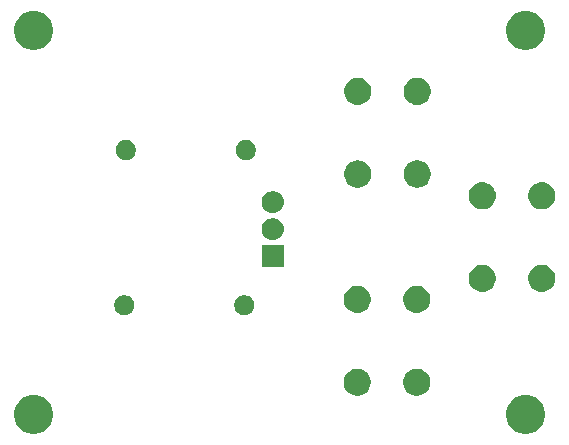
<source format=gbr>
G04 #@! TF.GenerationSoftware,KiCad,Pcbnew,(5.1.5)-3*
G04 #@! TF.CreationDate,2020-04-11T23:13:17-04:00*
G04 #@! TF.ProjectId,BurnWire_Circuit,4275726e-5769-4726-955f-436972637569,rev?*
G04 #@! TF.SameCoordinates,Original*
G04 #@! TF.FileFunction,Soldermask,Top*
G04 #@! TF.FilePolarity,Negative*
%FSLAX46Y46*%
G04 Gerber Fmt 4.6, Leading zero omitted, Abs format (unit mm)*
G04 Created by KiCad (PCBNEW (5.1.5)-3) date 2020-04-11 23:13:17*
%MOMM*%
%LPD*%
G04 APERTURE LIST*
%ADD10C,0.100000*%
G04 APERTURE END LIST*
D10*
G36*
X214190318Y-90836768D02*
G01*
X214349579Y-90868447D01*
X214650042Y-90992903D01*
X214920451Y-91173585D01*
X215150415Y-91403549D01*
X215331097Y-91673958D01*
X215455553Y-91974421D01*
X215519000Y-92293391D01*
X215519000Y-92618609D01*
X215455553Y-92937579D01*
X215331097Y-93238042D01*
X215150415Y-93508451D01*
X214920451Y-93738415D01*
X214650042Y-93919097D01*
X214349579Y-94043553D01*
X214243256Y-94064702D01*
X214030611Y-94107000D01*
X213705389Y-94107000D01*
X213492744Y-94064702D01*
X213386421Y-94043553D01*
X213085958Y-93919097D01*
X212815549Y-93738415D01*
X212585585Y-93508451D01*
X212404903Y-93238042D01*
X212280447Y-92937579D01*
X212217000Y-92618609D01*
X212217000Y-92293391D01*
X212280447Y-91974421D01*
X212404903Y-91673958D01*
X212585585Y-91403549D01*
X212815549Y-91173585D01*
X213085958Y-90992903D01*
X213386421Y-90868447D01*
X213545682Y-90836768D01*
X213705389Y-90805000D01*
X214030611Y-90805000D01*
X214190318Y-90836768D01*
G37*
G36*
X172534318Y-90836768D02*
G01*
X172693579Y-90868447D01*
X172994042Y-90992903D01*
X173264451Y-91173585D01*
X173494415Y-91403549D01*
X173675097Y-91673958D01*
X173799553Y-91974421D01*
X173863000Y-92293391D01*
X173863000Y-92618609D01*
X173799553Y-92937579D01*
X173675097Y-93238042D01*
X173494415Y-93508451D01*
X173264451Y-93738415D01*
X172994042Y-93919097D01*
X172693579Y-94043553D01*
X172587256Y-94064702D01*
X172374611Y-94107000D01*
X172049389Y-94107000D01*
X171836744Y-94064702D01*
X171730421Y-94043553D01*
X171429958Y-93919097D01*
X171159549Y-93738415D01*
X170929585Y-93508451D01*
X170748903Y-93238042D01*
X170624447Y-92937579D01*
X170561000Y-92618609D01*
X170561000Y-92293391D01*
X170624447Y-91974421D01*
X170748903Y-91673958D01*
X170929585Y-91403549D01*
X171159549Y-91173585D01*
X171429958Y-90992903D01*
X171730421Y-90868447D01*
X171889682Y-90836768D01*
X172049389Y-90805000D01*
X172374611Y-90805000D01*
X172534318Y-90836768D01*
G37*
G36*
X204863749Y-88601116D02*
G01*
X204974934Y-88623232D01*
X205184403Y-88709997D01*
X205372920Y-88835960D01*
X205533240Y-88996280D01*
X205659203Y-89184797D01*
X205745968Y-89394266D01*
X205790200Y-89616636D01*
X205790200Y-89843364D01*
X205745968Y-90065734D01*
X205659203Y-90275203D01*
X205533240Y-90463720D01*
X205372920Y-90624040D01*
X205184403Y-90750003D01*
X204974934Y-90836768D01*
X204863749Y-90858884D01*
X204752565Y-90881000D01*
X204525835Y-90881000D01*
X204414651Y-90858884D01*
X204303466Y-90836768D01*
X204093997Y-90750003D01*
X203905480Y-90624040D01*
X203745160Y-90463720D01*
X203619197Y-90275203D01*
X203532432Y-90065734D01*
X203488200Y-89843364D01*
X203488200Y-89616636D01*
X203532432Y-89394266D01*
X203619197Y-89184797D01*
X203745160Y-88996280D01*
X203905480Y-88835960D01*
X204093997Y-88709997D01*
X204303466Y-88623232D01*
X204414651Y-88601116D01*
X204525835Y-88579000D01*
X204752565Y-88579000D01*
X204863749Y-88601116D01*
G37*
G36*
X199834549Y-88601116D02*
G01*
X199945734Y-88623232D01*
X200155203Y-88709997D01*
X200343720Y-88835960D01*
X200504040Y-88996280D01*
X200630003Y-89184797D01*
X200716768Y-89394266D01*
X200761000Y-89616636D01*
X200761000Y-89843364D01*
X200716768Y-90065734D01*
X200630003Y-90275203D01*
X200504040Y-90463720D01*
X200343720Y-90624040D01*
X200155203Y-90750003D01*
X199945734Y-90836768D01*
X199834549Y-90858884D01*
X199723365Y-90881000D01*
X199496635Y-90881000D01*
X199385451Y-90858884D01*
X199274266Y-90836768D01*
X199064797Y-90750003D01*
X198876280Y-90624040D01*
X198715960Y-90463720D01*
X198589997Y-90275203D01*
X198503232Y-90065734D01*
X198459000Y-89843364D01*
X198459000Y-89616636D01*
X198503232Y-89394266D01*
X198589997Y-89184797D01*
X198715960Y-88996280D01*
X198876280Y-88835960D01*
X199064797Y-88709997D01*
X199274266Y-88623232D01*
X199385451Y-88601116D01*
X199496635Y-88579000D01*
X199723365Y-88579000D01*
X199834549Y-88601116D01*
G37*
G36*
X180143728Y-82404803D02*
G01*
X180298600Y-82468953D01*
X180437981Y-82562085D01*
X180556515Y-82680619D01*
X180649647Y-82820000D01*
X180713797Y-82974872D01*
X180746500Y-83139284D01*
X180746500Y-83306916D01*
X180713797Y-83471328D01*
X180649647Y-83626200D01*
X180556515Y-83765581D01*
X180437981Y-83884115D01*
X180298600Y-83977247D01*
X180143728Y-84041397D01*
X179979316Y-84074100D01*
X179811684Y-84074100D01*
X179647272Y-84041397D01*
X179492400Y-83977247D01*
X179353019Y-83884115D01*
X179234485Y-83765581D01*
X179141353Y-83626200D01*
X179077203Y-83471328D01*
X179044500Y-83306916D01*
X179044500Y-83139284D01*
X179077203Y-82974872D01*
X179141353Y-82820000D01*
X179234485Y-82680619D01*
X179353019Y-82562085D01*
X179492400Y-82468953D01*
X179647272Y-82404803D01*
X179811684Y-82372100D01*
X179979316Y-82372100D01*
X180143728Y-82404803D01*
G37*
G36*
X190303728Y-82404803D02*
G01*
X190458600Y-82468953D01*
X190597981Y-82562085D01*
X190716515Y-82680619D01*
X190809647Y-82820000D01*
X190873797Y-82974872D01*
X190906500Y-83139284D01*
X190906500Y-83306916D01*
X190873797Y-83471328D01*
X190809647Y-83626200D01*
X190716515Y-83765581D01*
X190597981Y-83884115D01*
X190458600Y-83977247D01*
X190303728Y-84041397D01*
X190139316Y-84074100D01*
X189971684Y-84074100D01*
X189807272Y-84041397D01*
X189652400Y-83977247D01*
X189513019Y-83884115D01*
X189394485Y-83765581D01*
X189301353Y-83626200D01*
X189237203Y-83471328D01*
X189204500Y-83306916D01*
X189204500Y-83139284D01*
X189237203Y-82974872D01*
X189301353Y-82820000D01*
X189394485Y-82680619D01*
X189513019Y-82562085D01*
X189652400Y-82468953D01*
X189807272Y-82404803D01*
X189971684Y-82372100D01*
X190139316Y-82372100D01*
X190303728Y-82404803D01*
G37*
G36*
X199834549Y-81590716D02*
G01*
X199945734Y-81612832D01*
X200155203Y-81699597D01*
X200343720Y-81825560D01*
X200504040Y-81985880D01*
X200630003Y-82174397D01*
X200716768Y-82383866D01*
X200761000Y-82606236D01*
X200761000Y-82832964D01*
X200716768Y-83055334D01*
X200630003Y-83264803D01*
X200504040Y-83453320D01*
X200343720Y-83613640D01*
X200155203Y-83739603D01*
X199945734Y-83826368D01*
X199834549Y-83848484D01*
X199723365Y-83870600D01*
X199496635Y-83870600D01*
X199385451Y-83848484D01*
X199274266Y-83826368D01*
X199064797Y-83739603D01*
X198876280Y-83613640D01*
X198715960Y-83453320D01*
X198589997Y-83264803D01*
X198503232Y-83055334D01*
X198459000Y-82832964D01*
X198459000Y-82606236D01*
X198503232Y-82383866D01*
X198589997Y-82174397D01*
X198715960Y-81985880D01*
X198876280Y-81825560D01*
X199064797Y-81699597D01*
X199274266Y-81612832D01*
X199385451Y-81590716D01*
X199496635Y-81568600D01*
X199723365Y-81568600D01*
X199834549Y-81590716D01*
G37*
G36*
X204863749Y-81590716D02*
G01*
X204974934Y-81612832D01*
X205184403Y-81699597D01*
X205372920Y-81825560D01*
X205533240Y-81985880D01*
X205659203Y-82174397D01*
X205745968Y-82383866D01*
X205790200Y-82606236D01*
X205790200Y-82832964D01*
X205745968Y-83055334D01*
X205659203Y-83264803D01*
X205533240Y-83453320D01*
X205372920Y-83613640D01*
X205184403Y-83739603D01*
X204974934Y-83826368D01*
X204863749Y-83848484D01*
X204752565Y-83870600D01*
X204525835Y-83870600D01*
X204414651Y-83848484D01*
X204303466Y-83826368D01*
X204093997Y-83739603D01*
X203905480Y-83613640D01*
X203745160Y-83453320D01*
X203619197Y-83264803D01*
X203532432Y-83055334D01*
X203488200Y-82832964D01*
X203488200Y-82606236D01*
X203532432Y-82383866D01*
X203619197Y-82174397D01*
X203745160Y-81985880D01*
X203905480Y-81825560D01*
X204093997Y-81699597D01*
X204303466Y-81612832D01*
X204414651Y-81590716D01*
X204525835Y-81568600D01*
X204752565Y-81568600D01*
X204863749Y-81590716D01*
G37*
G36*
X210424549Y-79821116D02*
G01*
X210535734Y-79843232D01*
X210745203Y-79929997D01*
X210933720Y-80055960D01*
X211094040Y-80216280D01*
X211220003Y-80404797D01*
X211306768Y-80614266D01*
X211351000Y-80836636D01*
X211351000Y-81063364D01*
X211306768Y-81285734D01*
X211220003Y-81495203D01*
X211094040Y-81683720D01*
X210933720Y-81844040D01*
X210745203Y-81970003D01*
X210535734Y-82056768D01*
X210424549Y-82078884D01*
X210313365Y-82101000D01*
X210086635Y-82101000D01*
X209975451Y-82078884D01*
X209864266Y-82056768D01*
X209654797Y-81970003D01*
X209466280Y-81844040D01*
X209305960Y-81683720D01*
X209179997Y-81495203D01*
X209093232Y-81285734D01*
X209049000Y-81063364D01*
X209049000Y-80836636D01*
X209093232Y-80614266D01*
X209179997Y-80404797D01*
X209305960Y-80216280D01*
X209466280Y-80055960D01*
X209654797Y-79929997D01*
X209864266Y-79843232D01*
X209975451Y-79821116D01*
X210086635Y-79799000D01*
X210313365Y-79799000D01*
X210424549Y-79821116D01*
G37*
G36*
X215453749Y-79821116D02*
G01*
X215564934Y-79843232D01*
X215774403Y-79929997D01*
X215962920Y-80055960D01*
X216123240Y-80216280D01*
X216249203Y-80404797D01*
X216335968Y-80614266D01*
X216380200Y-80836636D01*
X216380200Y-81063364D01*
X216335968Y-81285734D01*
X216249203Y-81495203D01*
X216123240Y-81683720D01*
X215962920Y-81844040D01*
X215774403Y-81970003D01*
X215564934Y-82056768D01*
X215453749Y-82078884D01*
X215342565Y-82101000D01*
X215115835Y-82101000D01*
X215004651Y-82078884D01*
X214893466Y-82056768D01*
X214683997Y-81970003D01*
X214495480Y-81844040D01*
X214335160Y-81683720D01*
X214209197Y-81495203D01*
X214122432Y-81285734D01*
X214078200Y-81063364D01*
X214078200Y-80836636D01*
X214122432Y-80614266D01*
X214209197Y-80404797D01*
X214335160Y-80216280D01*
X214495480Y-80055960D01*
X214683997Y-79929997D01*
X214893466Y-79843232D01*
X215004651Y-79821116D01*
X215115835Y-79799000D01*
X215342565Y-79799000D01*
X215453749Y-79821116D01*
G37*
G36*
X193411000Y-79979750D02*
G01*
X191509000Y-79979750D01*
X191509000Y-78160250D01*
X193411000Y-78160250D01*
X193411000Y-79979750D01*
G37*
G36*
X192612763Y-75876832D02*
G01*
X192679592Y-75883414D01*
X192806459Y-75921899D01*
X192851084Y-75935436D01*
X193009121Y-76019908D01*
X193147652Y-76133598D01*
X193261342Y-76272129D01*
X193345814Y-76430166D01*
X193345815Y-76430170D01*
X193397836Y-76601658D01*
X193415401Y-76780000D01*
X193397836Y-76958342D01*
X193359351Y-77085209D01*
X193345814Y-77129834D01*
X193261342Y-77287871D01*
X193147652Y-77426402D01*
X193009121Y-77540092D01*
X192851084Y-77624564D01*
X192806459Y-77638101D01*
X192679592Y-77676586D01*
X192612763Y-77683168D01*
X192545936Y-77689750D01*
X192374064Y-77689750D01*
X192307237Y-77683168D01*
X192240408Y-77676586D01*
X192113541Y-77638101D01*
X192068916Y-77624564D01*
X191910879Y-77540092D01*
X191772348Y-77426402D01*
X191658658Y-77287871D01*
X191574186Y-77129834D01*
X191560649Y-77085209D01*
X191522164Y-76958342D01*
X191504599Y-76780000D01*
X191522164Y-76601658D01*
X191574185Y-76430170D01*
X191574186Y-76430166D01*
X191658658Y-76272129D01*
X191772348Y-76133598D01*
X191910879Y-76019908D01*
X192068916Y-75935436D01*
X192113541Y-75921899D01*
X192240408Y-75883414D01*
X192307237Y-75876832D01*
X192374064Y-75870250D01*
X192545936Y-75870250D01*
X192612763Y-75876832D01*
G37*
G36*
X192612763Y-73586832D02*
G01*
X192679592Y-73593414D01*
X192806459Y-73631899D01*
X192851084Y-73645436D01*
X193009121Y-73729908D01*
X193147652Y-73843598D01*
X193261342Y-73982129D01*
X193345814Y-74140166D01*
X193345815Y-74140170D01*
X193397836Y-74311658D01*
X193415401Y-74490000D01*
X193397836Y-74668342D01*
X193359351Y-74795209D01*
X193345814Y-74839834D01*
X193261342Y-74997871D01*
X193261340Y-74997874D01*
X193261339Y-74997875D01*
X193185241Y-75090600D01*
X193147652Y-75136402D01*
X193009121Y-75250092D01*
X192851084Y-75334564D01*
X192806459Y-75348101D01*
X192679592Y-75386586D01*
X192612763Y-75393168D01*
X192545936Y-75399750D01*
X192374064Y-75399750D01*
X192307237Y-75393168D01*
X192240408Y-75386586D01*
X192113541Y-75348101D01*
X192068916Y-75334564D01*
X191910879Y-75250092D01*
X191772348Y-75136402D01*
X191734759Y-75090600D01*
X191658661Y-74997875D01*
X191658660Y-74997874D01*
X191658658Y-74997871D01*
X191574186Y-74839834D01*
X191560649Y-74795209D01*
X191522164Y-74668342D01*
X191504599Y-74490000D01*
X191522164Y-74311658D01*
X191574185Y-74140170D01*
X191574186Y-74140166D01*
X191658658Y-73982129D01*
X191772348Y-73843598D01*
X191910879Y-73729908D01*
X192068916Y-73645436D01*
X192113541Y-73631899D01*
X192240408Y-73593414D01*
X192307237Y-73586832D01*
X192374064Y-73580250D01*
X192545936Y-73580250D01*
X192612763Y-73586832D01*
G37*
G36*
X215453749Y-72810716D02*
G01*
X215564934Y-72832832D01*
X215774403Y-72919597D01*
X215962920Y-73045560D01*
X216123240Y-73205880D01*
X216249203Y-73394397D01*
X216335968Y-73603866D01*
X216344237Y-73645436D01*
X216380200Y-73826235D01*
X216380200Y-74052965D01*
X216362854Y-74140170D01*
X216335968Y-74275334D01*
X216249203Y-74484803D01*
X216123240Y-74673320D01*
X215962920Y-74833640D01*
X215774403Y-74959603D01*
X215564934Y-75046368D01*
X215453749Y-75068484D01*
X215342565Y-75090600D01*
X215115835Y-75090600D01*
X215004651Y-75068484D01*
X214893466Y-75046368D01*
X214683997Y-74959603D01*
X214495480Y-74833640D01*
X214335160Y-74673320D01*
X214209197Y-74484803D01*
X214122432Y-74275334D01*
X214095546Y-74140170D01*
X214078200Y-74052965D01*
X214078200Y-73826235D01*
X214114163Y-73645436D01*
X214122432Y-73603866D01*
X214209197Y-73394397D01*
X214335160Y-73205880D01*
X214495480Y-73045560D01*
X214683997Y-72919597D01*
X214893466Y-72832832D01*
X215004651Y-72810716D01*
X215115835Y-72788600D01*
X215342565Y-72788600D01*
X215453749Y-72810716D01*
G37*
G36*
X210424549Y-72810716D02*
G01*
X210535734Y-72832832D01*
X210745203Y-72919597D01*
X210933720Y-73045560D01*
X211094040Y-73205880D01*
X211220003Y-73394397D01*
X211306768Y-73603866D01*
X211315037Y-73645436D01*
X211351000Y-73826235D01*
X211351000Y-74052965D01*
X211333654Y-74140170D01*
X211306768Y-74275334D01*
X211220003Y-74484803D01*
X211094040Y-74673320D01*
X210933720Y-74833640D01*
X210745203Y-74959603D01*
X210535734Y-75046368D01*
X210424549Y-75068484D01*
X210313365Y-75090600D01*
X210086635Y-75090600D01*
X209975451Y-75068484D01*
X209864266Y-75046368D01*
X209654797Y-74959603D01*
X209466280Y-74833640D01*
X209305960Y-74673320D01*
X209179997Y-74484803D01*
X209093232Y-74275334D01*
X209066346Y-74140170D01*
X209049000Y-74052965D01*
X209049000Y-73826235D01*
X209084963Y-73645436D01*
X209093232Y-73603866D01*
X209179997Y-73394397D01*
X209305960Y-73205880D01*
X209466280Y-73045560D01*
X209654797Y-72919597D01*
X209864266Y-72832832D01*
X209975451Y-72810716D01*
X210086635Y-72788600D01*
X210313365Y-72788600D01*
X210424549Y-72810716D01*
G37*
G36*
X204903749Y-70981116D02*
G01*
X205014934Y-71003232D01*
X205224403Y-71089997D01*
X205412920Y-71215960D01*
X205573240Y-71376280D01*
X205699203Y-71564797D01*
X205785968Y-71774266D01*
X205830200Y-71996636D01*
X205830200Y-72223364D01*
X205785968Y-72445734D01*
X205699203Y-72655203D01*
X205573240Y-72843720D01*
X205412920Y-73004040D01*
X205224403Y-73130003D01*
X205014934Y-73216768D01*
X204903749Y-73238884D01*
X204792565Y-73261000D01*
X204565835Y-73261000D01*
X204454651Y-73238884D01*
X204343466Y-73216768D01*
X204133997Y-73130003D01*
X203945480Y-73004040D01*
X203785160Y-72843720D01*
X203659197Y-72655203D01*
X203572432Y-72445734D01*
X203528200Y-72223364D01*
X203528200Y-71996636D01*
X203572432Y-71774266D01*
X203659197Y-71564797D01*
X203785160Y-71376280D01*
X203945480Y-71215960D01*
X204133997Y-71089997D01*
X204343466Y-71003232D01*
X204454651Y-70981116D01*
X204565835Y-70959000D01*
X204792565Y-70959000D01*
X204903749Y-70981116D01*
G37*
G36*
X199874549Y-70981116D02*
G01*
X199985734Y-71003232D01*
X200195203Y-71089997D01*
X200383720Y-71215960D01*
X200544040Y-71376280D01*
X200670003Y-71564797D01*
X200756768Y-71774266D01*
X200801000Y-71996636D01*
X200801000Y-72223364D01*
X200756768Y-72445734D01*
X200670003Y-72655203D01*
X200544040Y-72843720D01*
X200383720Y-73004040D01*
X200195203Y-73130003D01*
X199985734Y-73216768D01*
X199874549Y-73238884D01*
X199763365Y-73261000D01*
X199536635Y-73261000D01*
X199425451Y-73238884D01*
X199314266Y-73216768D01*
X199104797Y-73130003D01*
X198916280Y-73004040D01*
X198755960Y-72843720D01*
X198629997Y-72655203D01*
X198543232Y-72445734D01*
X198499000Y-72223364D01*
X198499000Y-71996636D01*
X198543232Y-71774266D01*
X198629997Y-71564797D01*
X198755960Y-71376280D01*
X198916280Y-71215960D01*
X199104797Y-71089997D01*
X199314266Y-71003232D01*
X199425451Y-70981116D01*
X199536635Y-70959000D01*
X199763365Y-70959000D01*
X199874549Y-70981116D01*
G37*
G36*
X190418028Y-69260303D02*
G01*
X190572900Y-69324453D01*
X190712281Y-69417585D01*
X190830815Y-69536119D01*
X190923947Y-69675500D01*
X190988097Y-69830372D01*
X191020800Y-69994784D01*
X191020800Y-70162416D01*
X190988097Y-70326828D01*
X190923947Y-70481700D01*
X190830815Y-70621081D01*
X190712281Y-70739615D01*
X190572900Y-70832747D01*
X190418028Y-70896897D01*
X190253616Y-70929600D01*
X190085984Y-70929600D01*
X189921572Y-70896897D01*
X189766700Y-70832747D01*
X189627319Y-70739615D01*
X189508785Y-70621081D01*
X189415653Y-70481700D01*
X189351503Y-70326828D01*
X189318800Y-70162416D01*
X189318800Y-69994784D01*
X189351503Y-69830372D01*
X189415653Y-69675500D01*
X189508785Y-69536119D01*
X189627319Y-69417585D01*
X189766700Y-69324453D01*
X189921572Y-69260303D01*
X190085984Y-69227600D01*
X190253616Y-69227600D01*
X190418028Y-69260303D01*
G37*
G36*
X180258028Y-69260303D02*
G01*
X180412900Y-69324453D01*
X180552281Y-69417585D01*
X180670815Y-69536119D01*
X180763947Y-69675500D01*
X180828097Y-69830372D01*
X180860800Y-69994784D01*
X180860800Y-70162416D01*
X180828097Y-70326828D01*
X180763947Y-70481700D01*
X180670815Y-70621081D01*
X180552281Y-70739615D01*
X180412900Y-70832747D01*
X180258028Y-70896897D01*
X180093616Y-70929600D01*
X179925984Y-70929600D01*
X179761572Y-70896897D01*
X179606700Y-70832747D01*
X179467319Y-70739615D01*
X179348785Y-70621081D01*
X179255653Y-70481700D01*
X179191503Y-70326828D01*
X179158800Y-70162416D01*
X179158800Y-69994784D01*
X179191503Y-69830372D01*
X179255653Y-69675500D01*
X179348785Y-69536119D01*
X179467319Y-69417585D01*
X179606700Y-69324453D01*
X179761572Y-69260303D01*
X179925984Y-69227600D01*
X180093616Y-69227600D01*
X180258028Y-69260303D01*
G37*
G36*
X204903749Y-63970716D02*
G01*
X205014934Y-63992832D01*
X205224403Y-64079597D01*
X205412920Y-64205560D01*
X205573240Y-64365880D01*
X205699203Y-64554397D01*
X205785968Y-64763866D01*
X205830200Y-64986236D01*
X205830200Y-65212964D01*
X205785968Y-65435334D01*
X205699203Y-65644803D01*
X205573240Y-65833320D01*
X205412920Y-65993640D01*
X205224403Y-66119603D01*
X205014934Y-66206368D01*
X204903749Y-66228484D01*
X204792565Y-66250600D01*
X204565835Y-66250600D01*
X204454651Y-66228484D01*
X204343466Y-66206368D01*
X204133997Y-66119603D01*
X203945480Y-65993640D01*
X203785160Y-65833320D01*
X203659197Y-65644803D01*
X203572432Y-65435334D01*
X203528200Y-65212964D01*
X203528200Y-64986236D01*
X203572432Y-64763866D01*
X203659197Y-64554397D01*
X203785160Y-64365880D01*
X203945480Y-64205560D01*
X204133997Y-64079597D01*
X204343466Y-63992832D01*
X204454651Y-63970716D01*
X204565835Y-63948600D01*
X204792565Y-63948600D01*
X204903749Y-63970716D01*
G37*
G36*
X199874549Y-63970716D02*
G01*
X199985734Y-63992832D01*
X200195203Y-64079597D01*
X200383720Y-64205560D01*
X200544040Y-64365880D01*
X200670003Y-64554397D01*
X200756768Y-64763866D01*
X200801000Y-64986236D01*
X200801000Y-65212964D01*
X200756768Y-65435334D01*
X200670003Y-65644803D01*
X200544040Y-65833320D01*
X200383720Y-65993640D01*
X200195203Y-66119603D01*
X199985734Y-66206368D01*
X199874549Y-66228484D01*
X199763365Y-66250600D01*
X199536635Y-66250600D01*
X199425451Y-66228484D01*
X199314266Y-66206368D01*
X199104797Y-66119603D01*
X198916280Y-65993640D01*
X198755960Y-65833320D01*
X198629997Y-65644803D01*
X198543232Y-65435334D01*
X198499000Y-65212964D01*
X198499000Y-64986236D01*
X198543232Y-64763866D01*
X198629997Y-64554397D01*
X198755960Y-64365880D01*
X198916280Y-64205560D01*
X199104797Y-64079597D01*
X199314266Y-63992832D01*
X199425451Y-63970716D01*
X199536635Y-63948600D01*
X199763365Y-63948600D01*
X199874549Y-63970716D01*
G37*
G36*
X214243256Y-58335298D02*
G01*
X214349579Y-58356447D01*
X214650042Y-58480903D01*
X214920451Y-58661585D01*
X215150415Y-58891549D01*
X215331097Y-59161958D01*
X215455553Y-59462421D01*
X215519000Y-59781391D01*
X215519000Y-60106609D01*
X215455553Y-60425579D01*
X215331097Y-60726042D01*
X215150415Y-60996451D01*
X214920451Y-61226415D01*
X214650042Y-61407097D01*
X214349579Y-61531553D01*
X214243256Y-61552702D01*
X214030611Y-61595000D01*
X213705389Y-61595000D01*
X213492744Y-61552702D01*
X213386421Y-61531553D01*
X213085958Y-61407097D01*
X212815549Y-61226415D01*
X212585585Y-60996451D01*
X212404903Y-60726042D01*
X212280447Y-60425579D01*
X212217000Y-60106609D01*
X212217000Y-59781391D01*
X212280447Y-59462421D01*
X212404903Y-59161958D01*
X212585585Y-58891549D01*
X212815549Y-58661585D01*
X213085958Y-58480903D01*
X213386421Y-58356447D01*
X213492744Y-58335298D01*
X213705389Y-58293000D01*
X214030611Y-58293000D01*
X214243256Y-58335298D01*
G37*
G36*
X172587256Y-58335298D02*
G01*
X172693579Y-58356447D01*
X172994042Y-58480903D01*
X173264451Y-58661585D01*
X173494415Y-58891549D01*
X173675097Y-59161958D01*
X173799553Y-59462421D01*
X173863000Y-59781391D01*
X173863000Y-60106609D01*
X173799553Y-60425579D01*
X173675097Y-60726042D01*
X173494415Y-60996451D01*
X173264451Y-61226415D01*
X172994042Y-61407097D01*
X172693579Y-61531553D01*
X172587256Y-61552702D01*
X172374611Y-61595000D01*
X172049389Y-61595000D01*
X171836744Y-61552702D01*
X171730421Y-61531553D01*
X171429958Y-61407097D01*
X171159549Y-61226415D01*
X170929585Y-60996451D01*
X170748903Y-60726042D01*
X170624447Y-60425579D01*
X170561000Y-60106609D01*
X170561000Y-59781391D01*
X170624447Y-59462421D01*
X170748903Y-59161958D01*
X170929585Y-58891549D01*
X171159549Y-58661585D01*
X171429958Y-58480903D01*
X171730421Y-58356447D01*
X171836744Y-58335298D01*
X172049389Y-58293000D01*
X172374611Y-58293000D01*
X172587256Y-58335298D01*
G37*
M02*

</source>
